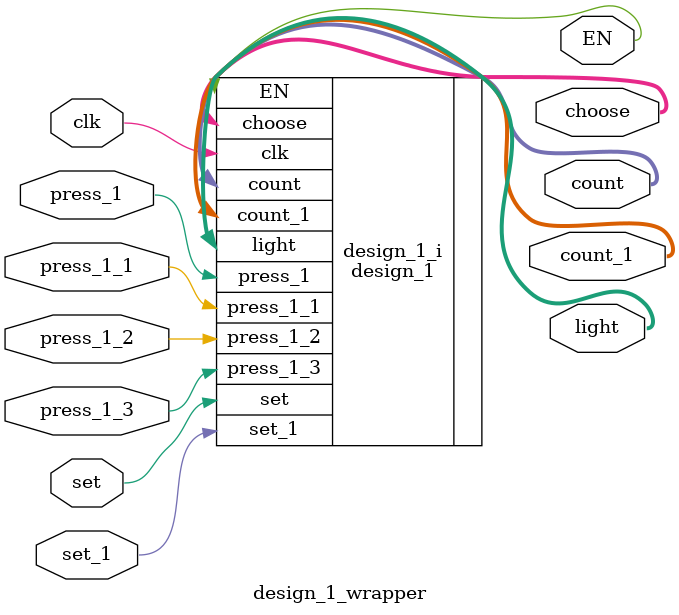
<source format=v>
`timescale 1 ps / 1 ps

module design_1_wrapper
   (EN,
    choose,
    clk,
    count,
    count_1,
    light,
    press_1,
    press_1_1,
    press_1_2,
    press_1_3,
    set,
    set_1);
  output EN;
  output [3:0]choose;
  input clk;
  output [6:0]count;
  output [6:0]count_1;
  output [7:0]light;
  input press_1;
  input press_1_1;
  input press_1_2;
  input press_1_3;
  input set;
  input set_1;

  wire EN;
  wire [3:0]choose;
  wire clk;
  wire [6:0]count;
  wire [6:0]count_1;
  wire [7:0]light;
  wire press_1;
  wire press_1_1;
  wire press_1_2;
  wire press_1_3;
  wire set;
  wire set_1;

  design_1 design_1_i
       (.EN(EN),
        .choose(choose),
        .clk(clk),
        .count(count),
        .count_1(count_1),
        .light(light),
        .press_1(press_1),
        .press_1_1(press_1_1),
        .press_1_2(press_1_2),
        .press_1_3(press_1_3),
        .set(set),
        .set_1(set_1));
endmodule

</source>
